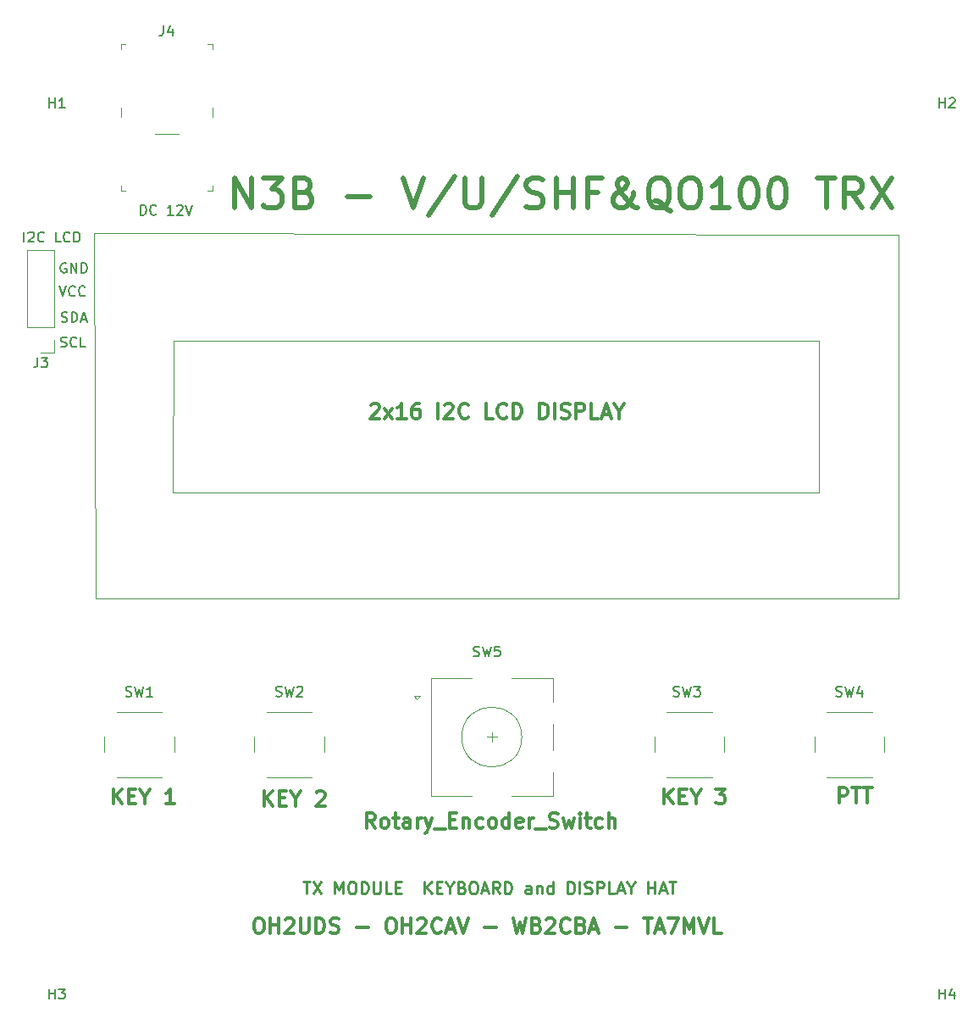
<source format=gbr>
%TF.GenerationSoftware,KiCad,Pcbnew,(5.1.12)-1*%
%TF.CreationDate,2024-04-15T13:26:30-04:00*%
%TF.ProjectId,QO100_TX,514f3130-305f-4545-982e-6b696361645f,rev?*%
%TF.SameCoordinates,Original*%
%TF.FileFunction,Legend,Top*%
%TF.FilePolarity,Positive*%
%FSLAX46Y46*%
G04 Gerber Fmt 4.6, Leading zero omitted, Abs format (unit mm)*
G04 Created by KiCad (PCBNEW (5.1.12)-1) date 2024-04-15 13:26:30*
%MOMM*%
%LPD*%
G01*
G04 APERTURE LIST*
%ADD10C,0.300000*%
%ADD11C,0.250000*%
%ADD12C,0.500000*%
%ADD13C,0.150000*%
%ADD14C,0.120000*%
%ADD15C,0.100000*%
G04 APERTURE END LIST*
D10*
X79071428Y-209578571D02*
X79357142Y-209578571D01*
X79500000Y-209650000D01*
X79642857Y-209792857D01*
X79714285Y-210078571D01*
X79714285Y-210578571D01*
X79642857Y-210864285D01*
X79500000Y-211007142D01*
X79357142Y-211078571D01*
X79071428Y-211078571D01*
X78928571Y-211007142D01*
X78785714Y-210864285D01*
X78714285Y-210578571D01*
X78714285Y-210078571D01*
X78785714Y-209792857D01*
X78928571Y-209650000D01*
X79071428Y-209578571D01*
X80357142Y-211078571D02*
X80357142Y-209578571D01*
X80357142Y-210292857D02*
X81214285Y-210292857D01*
X81214285Y-211078571D02*
X81214285Y-209578571D01*
X81857142Y-209721428D02*
X81928571Y-209650000D01*
X82071428Y-209578571D01*
X82428571Y-209578571D01*
X82571428Y-209650000D01*
X82642857Y-209721428D01*
X82714285Y-209864285D01*
X82714285Y-210007142D01*
X82642857Y-210221428D01*
X81785714Y-211078571D01*
X82714285Y-211078571D01*
X83357142Y-209578571D02*
X83357142Y-210792857D01*
X83428571Y-210935714D01*
X83500000Y-211007142D01*
X83642857Y-211078571D01*
X83928571Y-211078571D01*
X84071428Y-211007142D01*
X84142857Y-210935714D01*
X84214285Y-210792857D01*
X84214285Y-209578571D01*
X84928571Y-211078571D02*
X84928571Y-209578571D01*
X85285714Y-209578571D01*
X85500000Y-209650000D01*
X85642857Y-209792857D01*
X85714285Y-209935714D01*
X85785714Y-210221428D01*
X85785714Y-210435714D01*
X85714285Y-210721428D01*
X85642857Y-210864285D01*
X85500000Y-211007142D01*
X85285714Y-211078571D01*
X84928571Y-211078571D01*
X86357142Y-211007142D02*
X86571428Y-211078571D01*
X86928571Y-211078571D01*
X87071428Y-211007142D01*
X87142857Y-210935714D01*
X87214285Y-210792857D01*
X87214285Y-210650000D01*
X87142857Y-210507142D01*
X87071428Y-210435714D01*
X86928571Y-210364285D01*
X86642857Y-210292857D01*
X86500000Y-210221428D01*
X86428571Y-210150000D01*
X86357142Y-210007142D01*
X86357142Y-209864285D01*
X86428571Y-209721428D01*
X86500000Y-209650000D01*
X86642857Y-209578571D01*
X87000000Y-209578571D01*
X87214285Y-209650000D01*
X89000000Y-210507142D02*
X90142857Y-210507142D01*
X92285714Y-209578571D02*
X92571428Y-209578571D01*
X92714285Y-209650000D01*
X92857142Y-209792857D01*
X92928571Y-210078571D01*
X92928571Y-210578571D01*
X92857142Y-210864285D01*
X92714285Y-211007142D01*
X92571428Y-211078571D01*
X92285714Y-211078571D01*
X92142857Y-211007142D01*
X92000000Y-210864285D01*
X91928571Y-210578571D01*
X91928571Y-210078571D01*
X92000000Y-209792857D01*
X92142857Y-209650000D01*
X92285714Y-209578571D01*
X93571428Y-211078571D02*
X93571428Y-209578571D01*
X93571428Y-210292857D02*
X94428571Y-210292857D01*
X94428571Y-211078571D02*
X94428571Y-209578571D01*
X95071428Y-209721428D02*
X95142857Y-209650000D01*
X95285714Y-209578571D01*
X95642857Y-209578571D01*
X95785714Y-209650000D01*
X95857142Y-209721428D01*
X95928571Y-209864285D01*
X95928571Y-210007142D01*
X95857142Y-210221428D01*
X95000000Y-211078571D01*
X95928571Y-211078571D01*
X97428571Y-210935714D02*
X97357142Y-211007142D01*
X97142857Y-211078571D01*
X97000000Y-211078571D01*
X96785714Y-211007142D01*
X96642857Y-210864285D01*
X96571428Y-210721428D01*
X96500000Y-210435714D01*
X96500000Y-210221428D01*
X96571428Y-209935714D01*
X96642857Y-209792857D01*
X96785714Y-209650000D01*
X97000000Y-209578571D01*
X97142857Y-209578571D01*
X97357142Y-209650000D01*
X97428571Y-209721428D01*
X98000000Y-210650000D02*
X98714285Y-210650000D01*
X97857142Y-211078571D02*
X98357142Y-209578571D01*
X98857142Y-211078571D01*
X99142857Y-209578571D02*
X99642857Y-211078571D01*
X100142857Y-209578571D01*
X101785714Y-210507142D02*
X102928571Y-210507142D01*
X104642857Y-209578571D02*
X105000000Y-211078571D01*
X105285714Y-210007142D01*
X105571428Y-211078571D01*
X105928571Y-209578571D01*
X107000000Y-210292857D02*
X107214285Y-210364285D01*
X107285714Y-210435714D01*
X107357142Y-210578571D01*
X107357142Y-210792857D01*
X107285714Y-210935714D01*
X107214285Y-211007142D01*
X107071428Y-211078571D01*
X106500000Y-211078571D01*
X106500000Y-209578571D01*
X107000000Y-209578571D01*
X107142857Y-209650000D01*
X107214285Y-209721428D01*
X107285714Y-209864285D01*
X107285714Y-210007142D01*
X107214285Y-210150000D01*
X107142857Y-210221428D01*
X107000000Y-210292857D01*
X106500000Y-210292857D01*
X107928571Y-209721428D02*
X108000000Y-209650000D01*
X108142857Y-209578571D01*
X108500000Y-209578571D01*
X108642857Y-209650000D01*
X108714285Y-209721428D01*
X108785714Y-209864285D01*
X108785714Y-210007142D01*
X108714285Y-210221428D01*
X107857142Y-211078571D01*
X108785714Y-211078571D01*
X110285714Y-210935714D02*
X110214285Y-211007142D01*
X110000000Y-211078571D01*
X109857142Y-211078571D01*
X109642857Y-211007142D01*
X109500000Y-210864285D01*
X109428571Y-210721428D01*
X109357142Y-210435714D01*
X109357142Y-210221428D01*
X109428571Y-209935714D01*
X109500000Y-209792857D01*
X109642857Y-209650000D01*
X109857142Y-209578571D01*
X110000000Y-209578571D01*
X110214285Y-209650000D01*
X110285714Y-209721428D01*
X111428571Y-210292857D02*
X111642857Y-210364285D01*
X111714285Y-210435714D01*
X111785714Y-210578571D01*
X111785714Y-210792857D01*
X111714285Y-210935714D01*
X111642857Y-211007142D01*
X111500000Y-211078571D01*
X110928571Y-211078571D01*
X110928571Y-209578571D01*
X111428571Y-209578571D01*
X111571428Y-209650000D01*
X111642857Y-209721428D01*
X111714285Y-209864285D01*
X111714285Y-210007142D01*
X111642857Y-210150000D01*
X111571428Y-210221428D01*
X111428571Y-210292857D01*
X110928571Y-210292857D01*
X112357142Y-210650000D02*
X113071428Y-210650000D01*
X112214285Y-211078571D02*
X112714285Y-209578571D01*
X113214285Y-211078571D01*
X114857142Y-210507142D02*
X116000000Y-210507142D01*
X117642857Y-209578571D02*
X118500000Y-209578571D01*
X118071428Y-211078571D02*
X118071428Y-209578571D01*
X118928571Y-210650000D02*
X119642857Y-210650000D01*
X118785714Y-211078571D02*
X119285714Y-209578571D01*
X119785714Y-211078571D01*
X120142857Y-209578571D02*
X121142857Y-209578571D01*
X120500000Y-211078571D01*
X121714285Y-211078571D02*
X121714285Y-209578571D01*
X122214285Y-210650000D01*
X122714285Y-209578571D01*
X122714285Y-211078571D01*
X123214285Y-209578571D02*
X123714285Y-211078571D01*
X124214285Y-209578571D01*
X125428571Y-211078571D02*
X124714285Y-211078571D01*
X124714285Y-209578571D01*
D11*
X83671428Y-205942857D02*
X84357142Y-205942857D01*
X84014285Y-207142857D02*
X84014285Y-205942857D01*
X84642857Y-205942857D02*
X85442857Y-207142857D01*
X85442857Y-205942857D02*
X84642857Y-207142857D01*
X86814285Y-207142857D02*
X86814285Y-205942857D01*
X87214285Y-206800000D01*
X87614285Y-205942857D01*
X87614285Y-207142857D01*
X88414285Y-205942857D02*
X88642857Y-205942857D01*
X88757142Y-206000000D01*
X88871428Y-206114285D01*
X88928571Y-206342857D01*
X88928571Y-206742857D01*
X88871428Y-206971428D01*
X88757142Y-207085714D01*
X88642857Y-207142857D01*
X88414285Y-207142857D01*
X88300000Y-207085714D01*
X88185714Y-206971428D01*
X88128571Y-206742857D01*
X88128571Y-206342857D01*
X88185714Y-206114285D01*
X88300000Y-206000000D01*
X88414285Y-205942857D01*
X89442857Y-207142857D02*
X89442857Y-205942857D01*
X89728571Y-205942857D01*
X89900000Y-206000000D01*
X90014285Y-206114285D01*
X90071428Y-206228571D01*
X90128571Y-206457142D01*
X90128571Y-206628571D01*
X90071428Y-206857142D01*
X90014285Y-206971428D01*
X89900000Y-207085714D01*
X89728571Y-207142857D01*
X89442857Y-207142857D01*
X90642857Y-205942857D02*
X90642857Y-206914285D01*
X90700000Y-207028571D01*
X90757142Y-207085714D01*
X90871428Y-207142857D01*
X91100000Y-207142857D01*
X91214285Y-207085714D01*
X91271428Y-207028571D01*
X91328571Y-206914285D01*
X91328571Y-205942857D01*
X92471428Y-207142857D02*
X91900000Y-207142857D01*
X91900000Y-205942857D01*
X92871428Y-206514285D02*
X93271428Y-206514285D01*
X93442857Y-207142857D02*
X92871428Y-207142857D01*
X92871428Y-205942857D01*
X93442857Y-205942857D01*
X95785714Y-207142857D02*
X95785714Y-205942857D01*
X96471428Y-207142857D02*
X95957142Y-206457142D01*
X96471428Y-205942857D02*
X95785714Y-206628571D01*
X96985714Y-206514285D02*
X97385714Y-206514285D01*
X97557142Y-207142857D02*
X96985714Y-207142857D01*
X96985714Y-205942857D01*
X97557142Y-205942857D01*
X98300000Y-206571428D02*
X98300000Y-207142857D01*
X97900000Y-205942857D02*
X98300000Y-206571428D01*
X98700000Y-205942857D01*
X99500000Y-206514285D02*
X99671428Y-206571428D01*
X99728571Y-206628571D01*
X99785714Y-206742857D01*
X99785714Y-206914285D01*
X99728571Y-207028571D01*
X99671428Y-207085714D01*
X99557142Y-207142857D01*
X99100000Y-207142857D01*
X99100000Y-205942857D01*
X99500000Y-205942857D01*
X99614285Y-206000000D01*
X99671428Y-206057142D01*
X99728571Y-206171428D01*
X99728571Y-206285714D01*
X99671428Y-206400000D01*
X99614285Y-206457142D01*
X99500000Y-206514285D01*
X99100000Y-206514285D01*
X100528571Y-205942857D02*
X100757142Y-205942857D01*
X100871428Y-206000000D01*
X100985714Y-206114285D01*
X101042857Y-206342857D01*
X101042857Y-206742857D01*
X100985714Y-206971428D01*
X100871428Y-207085714D01*
X100757142Y-207142857D01*
X100528571Y-207142857D01*
X100414285Y-207085714D01*
X100300000Y-206971428D01*
X100242857Y-206742857D01*
X100242857Y-206342857D01*
X100300000Y-206114285D01*
X100414285Y-206000000D01*
X100528571Y-205942857D01*
X101500000Y-206800000D02*
X102071428Y-206800000D01*
X101385714Y-207142857D02*
X101785714Y-205942857D01*
X102185714Y-207142857D01*
X103271428Y-207142857D02*
X102871428Y-206571428D01*
X102585714Y-207142857D02*
X102585714Y-205942857D01*
X103042857Y-205942857D01*
X103157142Y-206000000D01*
X103214285Y-206057142D01*
X103271428Y-206171428D01*
X103271428Y-206342857D01*
X103214285Y-206457142D01*
X103157142Y-206514285D01*
X103042857Y-206571428D01*
X102585714Y-206571428D01*
X103785714Y-207142857D02*
X103785714Y-205942857D01*
X104071428Y-205942857D01*
X104242857Y-206000000D01*
X104357142Y-206114285D01*
X104414285Y-206228571D01*
X104471428Y-206457142D01*
X104471428Y-206628571D01*
X104414285Y-206857142D01*
X104357142Y-206971428D01*
X104242857Y-207085714D01*
X104071428Y-207142857D01*
X103785714Y-207142857D01*
X106414285Y-207142857D02*
X106414285Y-206514285D01*
X106357142Y-206400000D01*
X106242857Y-206342857D01*
X106014285Y-206342857D01*
X105900000Y-206400000D01*
X106414285Y-207085714D02*
X106300000Y-207142857D01*
X106014285Y-207142857D01*
X105900000Y-207085714D01*
X105842857Y-206971428D01*
X105842857Y-206857142D01*
X105900000Y-206742857D01*
X106014285Y-206685714D01*
X106300000Y-206685714D01*
X106414285Y-206628571D01*
X106985714Y-206342857D02*
X106985714Y-207142857D01*
X106985714Y-206457142D02*
X107042857Y-206400000D01*
X107157142Y-206342857D01*
X107328571Y-206342857D01*
X107442857Y-206400000D01*
X107500000Y-206514285D01*
X107500000Y-207142857D01*
X108585714Y-207142857D02*
X108585714Y-205942857D01*
X108585714Y-207085714D02*
X108471428Y-207142857D01*
X108242857Y-207142857D01*
X108128571Y-207085714D01*
X108071428Y-207028571D01*
X108014285Y-206914285D01*
X108014285Y-206571428D01*
X108071428Y-206457142D01*
X108128571Y-206400000D01*
X108242857Y-206342857D01*
X108471428Y-206342857D01*
X108585714Y-206400000D01*
X110071428Y-207142857D02*
X110071428Y-205942857D01*
X110357142Y-205942857D01*
X110528571Y-206000000D01*
X110642857Y-206114285D01*
X110700000Y-206228571D01*
X110757142Y-206457142D01*
X110757142Y-206628571D01*
X110700000Y-206857142D01*
X110642857Y-206971428D01*
X110528571Y-207085714D01*
X110357142Y-207142857D01*
X110071428Y-207142857D01*
X111271428Y-207142857D02*
X111271428Y-205942857D01*
X111785714Y-207085714D02*
X111957142Y-207142857D01*
X112242857Y-207142857D01*
X112357142Y-207085714D01*
X112414285Y-207028571D01*
X112471428Y-206914285D01*
X112471428Y-206800000D01*
X112414285Y-206685714D01*
X112357142Y-206628571D01*
X112242857Y-206571428D01*
X112014285Y-206514285D01*
X111900000Y-206457142D01*
X111842857Y-206400000D01*
X111785714Y-206285714D01*
X111785714Y-206171428D01*
X111842857Y-206057142D01*
X111900000Y-206000000D01*
X112014285Y-205942857D01*
X112300000Y-205942857D01*
X112471428Y-206000000D01*
X112985714Y-207142857D02*
X112985714Y-205942857D01*
X113442857Y-205942857D01*
X113557142Y-206000000D01*
X113614285Y-206057142D01*
X113671428Y-206171428D01*
X113671428Y-206342857D01*
X113614285Y-206457142D01*
X113557142Y-206514285D01*
X113442857Y-206571428D01*
X112985714Y-206571428D01*
X114757142Y-207142857D02*
X114185714Y-207142857D01*
X114185714Y-205942857D01*
X115100000Y-206800000D02*
X115671428Y-206800000D01*
X114985714Y-207142857D02*
X115385714Y-205942857D01*
X115785714Y-207142857D01*
X116414285Y-206571428D02*
X116414285Y-207142857D01*
X116014285Y-205942857D02*
X116414285Y-206571428D01*
X116814285Y-205942857D01*
X118128571Y-207142857D02*
X118128571Y-205942857D01*
X118128571Y-206514285D02*
X118814285Y-206514285D01*
X118814285Y-207142857D02*
X118814285Y-205942857D01*
X119328571Y-206800000D02*
X119900000Y-206800000D01*
X119214285Y-207142857D02*
X119614285Y-205942857D01*
X120014285Y-207142857D01*
X120242857Y-205942857D02*
X120928571Y-205942857D01*
X120585714Y-207142857D02*
X120585714Y-205942857D01*
D12*
X76785714Y-138657142D02*
X76785714Y-135657142D01*
X78500000Y-138657142D01*
X78500000Y-135657142D01*
X79642857Y-135657142D02*
X81500000Y-135657142D01*
X80500000Y-136800000D01*
X80928571Y-136800000D01*
X81214285Y-136942857D01*
X81357142Y-137085714D01*
X81500000Y-137371428D01*
X81500000Y-138085714D01*
X81357142Y-138371428D01*
X81214285Y-138514285D01*
X80928571Y-138657142D01*
X80071428Y-138657142D01*
X79785714Y-138514285D01*
X79642857Y-138371428D01*
X83785714Y-137085714D02*
X84214285Y-137228571D01*
X84357142Y-137371428D01*
X84500000Y-137657142D01*
X84500000Y-138085714D01*
X84357142Y-138371428D01*
X84214285Y-138514285D01*
X83928571Y-138657142D01*
X82785714Y-138657142D01*
X82785714Y-135657142D01*
X83785714Y-135657142D01*
X84071428Y-135800000D01*
X84214285Y-135942857D01*
X84357142Y-136228571D01*
X84357142Y-136514285D01*
X84214285Y-136800000D01*
X84071428Y-136942857D01*
X83785714Y-137085714D01*
X82785714Y-137085714D01*
X88071428Y-137514285D02*
X90357142Y-137514285D01*
X93642857Y-135657142D02*
X94642857Y-138657142D01*
X95642857Y-135657142D01*
X98785714Y-135514285D02*
X96214285Y-139371428D01*
X99785714Y-135657142D02*
X99785714Y-138085714D01*
X99928571Y-138371428D01*
X100071428Y-138514285D01*
X100357142Y-138657142D01*
X100928571Y-138657142D01*
X101214285Y-138514285D01*
X101357142Y-138371428D01*
X101500000Y-138085714D01*
X101500000Y-135657142D01*
X105071428Y-135514285D02*
X102500000Y-139371428D01*
X105928571Y-138514285D02*
X106357142Y-138657142D01*
X107071428Y-138657142D01*
X107357142Y-138514285D01*
X107499999Y-138371428D01*
X107642857Y-138085714D01*
X107642857Y-137800000D01*
X107499999Y-137514285D01*
X107357142Y-137371428D01*
X107071428Y-137228571D01*
X106499999Y-137085714D01*
X106214285Y-136942857D01*
X106071428Y-136800000D01*
X105928571Y-136514285D01*
X105928571Y-136228571D01*
X106071428Y-135942857D01*
X106214285Y-135800000D01*
X106499999Y-135657142D01*
X107214285Y-135657142D01*
X107642857Y-135800000D01*
X108928571Y-138657142D02*
X108928571Y-135657142D01*
X108928571Y-137085714D02*
X110642857Y-137085714D01*
X110642857Y-138657142D02*
X110642857Y-135657142D01*
X113071428Y-137085714D02*
X112071428Y-137085714D01*
X112071428Y-138657142D02*
X112071428Y-135657142D01*
X113500000Y-135657142D01*
X117071428Y-138657142D02*
X116928571Y-138657142D01*
X116642857Y-138514285D01*
X116214285Y-138085714D01*
X115500000Y-137228571D01*
X115214285Y-136800000D01*
X115071428Y-136371428D01*
X115071428Y-136085714D01*
X115214285Y-135800000D01*
X115500000Y-135657142D01*
X115642857Y-135657142D01*
X115928571Y-135800000D01*
X116071428Y-136085714D01*
X116071428Y-136228571D01*
X115928571Y-136514285D01*
X115785714Y-136657142D01*
X114928571Y-137228571D01*
X114785714Y-137371428D01*
X114642857Y-137657142D01*
X114642857Y-138085714D01*
X114785714Y-138371428D01*
X114928571Y-138514285D01*
X115214285Y-138657142D01*
X115642857Y-138657142D01*
X115928571Y-138514285D01*
X116071428Y-138371428D01*
X116500000Y-137800000D01*
X116642857Y-137371428D01*
X116642857Y-137085714D01*
X120357142Y-138942857D02*
X120071428Y-138800000D01*
X119785714Y-138514285D01*
X119357142Y-138085714D01*
X119071428Y-137942857D01*
X118785714Y-137942857D01*
X118928571Y-138657142D02*
X118642857Y-138514285D01*
X118357142Y-138228571D01*
X118214285Y-137657142D01*
X118214285Y-136657142D01*
X118357142Y-136085714D01*
X118642857Y-135800000D01*
X118928571Y-135657142D01*
X119500000Y-135657142D01*
X119785714Y-135800000D01*
X120071428Y-136085714D01*
X120214285Y-136657142D01*
X120214285Y-137657142D01*
X120071428Y-138228571D01*
X119785714Y-138514285D01*
X119500000Y-138657142D01*
X118928571Y-138657142D01*
X122071428Y-135657142D02*
X122642857Y-135657142D01*
X122928571Y-135800000D01*
X123214285Y-136085714D01*
X123357142Y-136657142D01*
X123357142Y-137657142D01*
X123214285Y-138228571D01*
X122928571Y-138514285D01*
X122642857Y-138657142D01*
X122071428Y-138657142D01*
X121785714Y-138514285D01*
X121500000Y-138228571D01*
X121357142Y-137657142D01*
X121357142Y-136657142D01*
X121500000Y-136085714D01*
X121785714Y-135800000D01*
X122071428Y-135657142D01*
X126214285Y-138657142D02*
X124500000Y-138657142D01*
X125357142Y-138657142D02*
X125357142Y-135657142D01*
X125071428Y-136085714D01*
X124785714Y-136371428D01*
X124500000Y-136514285D01*
X128071428Y-135657142D02*
X128357142Y-135657142D01*
X128642857Y-135800000D01*
X128785714Y-135942857D01*
X128928571Y-136228571D01*
X129071428Y-136800000D01*
X129071428Y-137514285D01*
X128928571Y-138085714D01*
X128785714Y-138371428D01*
X128642857Y-138514285D01*
X128357142Y-138657142D01*
X128071428Y-138657142D01*
X127785714Y-138514285D01*
X127642857Y-138371428D01*
X127500000Y-138085714D01*
X127357142Y-137514285D01*
X127357142Y-136800000D01*
X127500000Y-136228571D01*
X127642857Y-135942857D01*
X127785714Y-135800000D01*
X128071428Y-135657142D01*
X130928571Y-135657142D02*
X131214285Y-135657142D01*
X131500000Y-135800000D01*
X131642857Y-135942857D01*
X131785714Y-136228571D01*
X131928571Y-136800000D01*
X131928571Y-137514285D01*
X131785714Y-138085714D01*
X131642857Y-138371428D01*
X131500000Y-138514285D01*
X131214285Y-138657142D01*
X130928571Y-138657142D01*
X130642857Y-138514285D01*
X130500000Y-138371428D01*
X130357142Y-138085714D01*
X130214285Y-137514285D01*
X130214285Y-136800000D01*
X130357142Y-136228571D01*
X130500000Y-135942857D01*
X130642857Y-135800000D01*
X130928571Y-135657142D01*
X135071428Y-135657142D02*
X136785714Y-135657142D01*
X135928571Y-138657142D02*
X135928571Y-135657142D01*
X139500000Y-138657142D02*
X138500000Y-137228571D01*
X137785714Y-138657142D02*
X137785714Y-135657142D01*
X138928571Y-135657142D01*
X139214285Y-135800000D01*
X139357142Y-135942857D01*
X139500000Y-136228571D01*
X139500000Y-136657142D01*
X139357142Y-136942857D01*
X139214285Y-137085714D01*
X138928571Y-137228571D01*
X137785714Y-137228571D01*
X140500000Y-135657142D02*
X142500000Y-138657142D01*
X142500000Y-135657142D02*
X140500000Y-138657142D01*
D13*
X67376190Y-139352380D02*
X67376190Y-138352380D01*
X67614285Y-138352380D01*
X67757142Y-138400000D01*
X67852380Y-138495238D01*
X67900000Y-138590476D01*
X67947619Y-138780952D01*
X67947619Y-138923809D01*
X67900000Y-139114285D01*
X67852380Y-139209523D01*
X67757142Y-139304761D01*
X67614285Y-139352380D01*
X67376190Y-139352380D01*
X68947619Y-139257142D02*
X68900000Y-139304761D01*
X68757142Y-139352380D01*
X68661904Y-139352380D01*
X68519047Y-139304761D01*
X68423809Y-139209523D01*
X68376190Y-139114285D01*
X68328571Y-138923809D01*
X68328571Y-138780952D01*
X68376190Y-138590476D01*
X68423809Y-138495238D01*
X68519047Y-138400000D01*
X68661904Y-138352380D01*
X68757142Y-138352380D01*
X68900000Y-138400000D01*
X68947619Y-138447619D01*
X70661904Y-139352380D02*
X70090476Y-139352380D01*
X70376190Y-139352380D02*
X70376190Y-138352380D01*
X70280952Y-138495238D01*
X70185714Y-138590476D01*
X70090476Y-138638095D01*
X71042857Y-138447619D02*
X71090476Y-138400000D01*
X71185714Y-138352380D01*
X71423809Y-138352380D01*
X71519047Y-138400000D01*
X71566666Y-138447619D01*
X71614285Y-138542857D01*
X71614285Y-138638095D01*
X71566666Y-138780952D01*
X70995238Y-139352380D01*
X71614285Y-139352380D01*
X71900000Y-138352380D02*
X72233333Y-139352380D01*
X72566666Y-138352380D01*
X59409523Y-152504761D02*
X59552380Y-152552380D01*
X59790476Y-152552380D01*
X59885714Y-152504761D01*
X59933333Y-152457142D01*
X59980952Y-152361904D01*
X59980952Y-152266666D01*
X59933333Y-152171428D01*
X59885714Y-152123809D01*
X59790476Y-152076190D01*
X59600000Y-152028571D01*
X59504761Y-151980952D01*
X59457142Y-151933333D01*
X59409523Y-151838095D01*
X59409523Y-151742857D01*
X59457142Y-151647619D01*
X59504761Y-151600000D01*
X59600000Y-151552380D01*
X59838095Y-151552380D01*
X59980952Y-151600000D01*
X60980952Y-152457142D02*
X60933333Y-152504761D01*
X60790476Y-152552380D01*
X60695238Y-152552380D01*
X60552380Y-152504761D01*
X60457142Y-152409523D01*
X60409523Y-152314285D01*
X60361904Y-152123809D01*
X60361904Y-151980952D01*
X60409523Y-151790476D01*
X60457142Y-151695238D01*
X60552380Y-151600000D01*
X60695238Y-151552380D01*
X60790476Y-151552380D01*
X60933333Y-151600000D01*
X60980952Y-151647619D01*
X61885714Y-152552380D02*
X61409523Y-152552380D01*
X61409523Y-151552380D01*
X59485714Y-150004761D02*
X59628571Y-150052380D01*
X59866666Y-150052380D01*
X59961904Y-150004761D01*
X60009523Y-149957142D01*
X60057142Y-149861904D01*
X60057142Y-149766666D01*
X60009523Y-149671428D01*
X59961904Y-149623809D01*
X59866666Y-149576190D01*
X59676190Y-149528571D01*
X59580952Y-149480952D01*
X59533333Y-149433333D01*
X59485714Y-149338095D01*
X59485714Y-149242857D01*
X59533333Y-149147619D01*
X59580952Y-149100000D01*
X59676190Y-149052380D01*
X59914285Y-149052380D01*
X60057142Y-149100000D01*
X60485714Y-150052380D02*
X60485714Y-149052380D01*
X60723809Y-149052380D01*
X60866666Y-149100000D01*
X60961904Y-149195238D01*
X61009523Y-149290476D01*
X61057142Y-149480952D01*
X61057142Y-149623809D01*
X61009523Y-149814285D01*
X60961904Y-149909523D01*
X60866666Y-150004761D01*
X60723809Y-150052380D01*
X60485714Y-150052380D01*
X61438095Y-149766666D02*
X61914285Y-149766666D01*
X61342857Y-150052380D02*
X61676190Y-149052380D01*
X62009523Y-150052380D01*
X59266666Y-146452380D02*
X59600000Y-147452380D01*
X59933333Y-146452380D01*
X60838095Y-147357142D02*
X60790476Y-147404761D01*
X60647619Y-147452380D01*
X60552380Y-147452380D01*
X60409523Y-147404761D01*
X60314285Y-147309523D01*
X60266666Y-147214285D01*
X60219047Y-147023809D01*
X60219047Y-146880952D01*
X60266666Y-146690476D01*
X60314285Y-146595238D01*
X60409523Y-146500000D01*
X60552380Y-146452380D01*
X60647619Y-146452380D01*
X60790476Y-146500000D01*
X60838095Y-146547619D01*
X61838095Y-147357142D02*
X61790476Y-147404761D01*
X61647619Y-147452380D01*
X61552380Y-147452380D01*
X61409523Y-147404761D01*
X61314285Y-147309523D01*
X61266666Y-147214285D01*
X61219047Y-147023809D01*
X61219047Y-146880952D01*
X61266666Y-146690476D01*
X61314285Y-146595238D01*
X61409523Y-146500000D01*
X61552380Y-146452380D01*
X61647619Y-146452380D01*
X61790476Y-146500000D01*
X61838095Y-146547619D01*
X59938095Y-144200000D02*
X59842857Y-144152380D01*
X59700000Y-144152380D01*
X59557142Y-144200000D01*
X59461904Y-144295238D01*
X59414285Y-144390476D01*
X59366666Y-144580952D01*
X59366666Y-144723809D01*
X59414285Y-144914285D01*
X59461904Y-145009523D01*
X59557142Y-145104761D01*
X59700000Y-145152380D01*
X59795238Y-145152380D01*
X59938095Y-145104761D01*
X59985714Y-145057142D01*
X59985714Y-144723809D01*
X59795238Y-144723809D01*
X60414285Y-145152380D02*
X60414285Y-144152380D01*
X60985714Y-145152380D01*
X60985714Y-144152380D01*
X61461904Y-145152380D02*
X61461904Y-144152380D01*
X61700000Y-144152380D01*
X61842857Y-144200000D01*
X61938095Y-144295238D01*
X61985714Y-144390476D01*
X62033333Y-144580952D01*
X62033333Y-144723809D01*
X61985714Y-144914285D01*
X61938095Y-145009523D01*
X61842857Y-145104761D01*
X61700000Y-145152380D01*
X61461904Y-145152380D01*
D10*
X90428571Y-158321428D02*
X90500000Y-158250000D01*
X90642857Y-158178571D01*
X91000000Y-158178571D01*
X91142857Y-158250000D01*
X91214285Y-158321428D01*
X91285714Y-158464285D01*
X91285714Y-158607142D01*
X91214285Y-158821428D01*
X90357142Y-159678571D01*
X91285714Y-159678571D01*
X91785714Y-159678571D02*
X92571428Y-158678571D01*
X91785714Y-158678571D02*
X92571428Y-159678571D01*
X93928571Y-159678571D02*
X93071428Y-159678571D01*
X93500000Y-159678571D02*
X93500000Y-158178571D01*
X93357142Y-158392857D01*
X93214285Y-158535714D01*
X93071428Y-158607142D01*
X95214285Y-158178571D02*
X94928571Y-158178571D01*
X94785714Y-158250000D01*
X94714285Y-158321428D01*
X94571428Y-158535714D01*
X94500000Y-158821428D01*
X94500000Y-159392857D01*
X94571428Y-159535714D01*
X94642857Y-159607142D01*
X94785714Y-159678571D01*
X95071428Y-159678571D01*
X95214285Y-159607142D01*
X95285714Y-159535714D01*
X95357142Y-159392857D01*
X95357142Y-159035714D01*
X95285714Y-158892857D01*
X95214285Y-158821428D01*
X95071428Y-158750000D01*
X94785714Y-158750000D01*
X94642857Y-158821428D01*
X94571428Y-158892857D01*
X94500000Y-159035714D01*
X97142857Y-159678571D02*
X97142857Y-158178571D01*
X97785714Y-158321428D02*
X97857142Y-158250000D01*
X98000000Y-158178571D01*
X98357142Y-158178571D01*
X98500000Y-158250000D01*
X98571428Y-158321428D01*
X98642857Y-158464285D01*
X98642857Y-158607142D01*
X98571428Y-158821428D01*
X97714285Y-159678571D01*
X98642857Y-159678571D01*
X100142857Y-159535714D02*
X100071428Y-159607142D01*
X99857142Y-159678571D01*
X99714285Y-159678571D01*
X99500000Y-159607142D01*
X99357142Y-159464285D01*
X99285714Y-159321428D01*
X99214285Y-159035714D01*
X99214285Y-158821428D01*
X99285714Y-158535714D01*
X99357142Y-158392857D01*
X99500000Y-158250000D01*
X99714285Y-158178571D01*
X99857142Y-158178571D01*
X100071428Y-158250000D01*
X100142857Y-158321428D01*
X102642857Y-159678571D02*
X101928571Y-159678571D01*
X101928571Y-158178571D01*
X104000000Y-159535714D02*
X103928571Y-159607142D01*
X103714285Y-159678571D01*
X103571428Y-159678571D01*
X103357142Y-159607142D01*
X103214285Y-159464285D01*
X103142857Y-159321428D01*
X103071428Y-159035714D01*
X103071428Y-158821428D01*
X103142857Y-158535714D01*
X103214285Y-158392857D01*
X103357142Y-158250000D01*
X103571428Y-158178571D01*
X103714285Y-158178571D01*
X103928571Y-158250000D01*
X104000000Y-158321428D01*
X104642857Y-159678571D02*
X104642857Y-158178571D01*
X105000000Y-158178571D01*
X105214285Y-158250000D01*
X105357142Y-158392857D01*
X105428571Y-158535714D01*
X105500000Y-158821428D01*
X105500000Y-159035714D01*
X105428571Y-159321428D01*
X105357142Y-159464285D01*
X105214285Y-159607142D01*
X105000000Y-159678571D01*
X104642857Y-159678571D01*
X107285714Y-159678571D02*
X107285714Y-158178571D01*
X107642857Y-158178571D01*
X107857142Y-158250000D01*
X108000000Y-158392857D01*
X108071428Y-158535714D01*
X108142857Y-158821428D01*
X108142857Y-159035714D01*
X108071428Y-159321428D01*
X108000000Y-159464285D01*
X107857142Y-159607142D01*
X107642857Y-159678571D01*
X107285714Y-159678571D01*
X108785714Y-159678571D02*
X108785714Y-158178571D01*
X109428571Y-159607142D02*
X109642857Y-159678571D01*
X110000000Y-159678571D01*
X110142857Y-159607142D01*
X110214285Y-159535714D01*
X110285714Y-159392857D01*
X110285714Y-159250000D01*
X110214285Y-159107142D01*
X110142857Y-159035714D01*
X110000000Y-158964285D01*
X109714285Y-158892857D01*
X109571428Y-158821428D01*
X109500000Y-158750000D01*
X109428571Y-158607142D01*
X109428571Y-158464285D01*
X109500000Y-158321428D01*
X109571428Y-158250000D01*
X109714285Y-158178571D01*
X110071428Y-158178571D01*
X110285714Y-158250000D01*
X110928571Y-159678571D02*
X110928571Y-158178571D01*
X111500000Y-158178571D01*
X111642857Y-158250000D01*
X111714285Y-158321428D01*
X111785714Y-158464285D01*
X111785714Y-158678571D01*
X111714285Y-158821428D01*
X111642857Y-158892857D01*
X111500000Y-158964285D01*
X110928571Y-158964285D01*
X113142857Y-159678571D02*
X112428571Y-159678571D01*
X112428571Y-158178571D01*
X113571428Y-159250000D02*
X114285714Y-159250000D01*
X113428571Y-159678571D02*
X113928571Y-158178571D01*
X114428571Y-159678571D01*
X115214285Y-158964285D02*
X115214285Y-159678571D01*
X114714285Y-158178571D02*
X115214285Y-158964285D01*
X115714285Y-158178571D01*
D14*
X70600000Y-167100000D02*
X70700000Y-151900000D01*
X135200000Y-167100000D02*
X70600000Y-167100000D01*
X135200000Y-151900000D02*
X135200000Y-167100000D01*
X70700000Y-151900000D02*
X135200000Y-151900000D01*
X62860000Y-177640000D02*
X62700000Y-141200000D01*
X143140000Y-177640000D02*
X62860000Y-177640000D01*
X143140000Y-141360000D02*
X143140000Y-177640000D01*
X62700000Y-141200000D02*
X143140000Y-141360000D01*
%TO.C,SW5*%
X105500000Y-191500000D02*
G75*
G03*
X105500000Y-191500000I-3000000J0D01*
G01*
X104500000Y-185600000D02*
X108600000Y-185600000D01*
X108600000Y-197400000D02*
X104500000Y-197400000D01*
X100500000Y-197400000D02*
X96400000Y-197400000D01*
X100500000Y-185600000D02*
X96400000Y-185600000D01*
X96400000Y-185600000D02*
X96400000Y-197400000D01*
X95000000Y-187700000D02*
X94700000Y-187400000D01*
X94700000Y-187400000D02*
X95300000Y-187400000D01*
X95300000Y-187400000D02*
X95000000Y-187700000D01*
X108600000Y-185600000D02*
X108600000Y-188000000D01*
X108600000Y-190200000D02*
X108600000Y-192800000D01*
X108600000Y-195000000D02*
X108600000Y-197400000D01*
X102500000Y-191000000D02*
X102500000Y-192000000D01*
X102000000Y-191500000D02*
X103000000Y-191500000D01*
%TO.C,SW4*%
X141750000Y-193000000D02*
X141750000Y-191500000D01*
X140500000Y-189000000D02*
X136000000Y-189000000D01*
X134750000Y-191500000D02*
X134750000Y-193000000D01*
X136000000Y-195500000D02*
X140500000Y-195500000D01*
%TO.C,SW3*%
X125750000Y-193000000D02*
X125750000Y-191500000D01*
X124500000Y-189000000D02*
X120000000Y-189000000D01*
X118750000Y-191500000D02*
X118750000Y-193000000D01*
X120000000Y-195500000D02*
X124500000Y-195500000D01*
%TO.C,SW2*%
X85750000Y-193000000D02*
X85750000Y-191500000D01*
X84500000Y-189000000D02*
X80000000Y-189000000D01*
X78750000Y-191500000D02*
X78750000Y-193000000D01*
X80000000Y-195500000D02*
X84500000Y-195500000D01*
%TO.C,SW1*%
X70750000Y-193000000D02*
X70750000Y-191500000D01*
X69500000Y-189000000D02*
X65000000Y-189000000D01*
X63750000Y-191500000D02*
X63750000Y-193000000D01*
X65000000Y-195500000D02*
X69500000Y-195500000D01*
D15*
%TO.C,J4*%
X74600000Y-136900000D02*
X74100000Y-136900000D01*
X74600000Y-136900000D02*
X74600000Y-136400000D01*
X65400000Y-136900000D02*
X65900000Y-136900000D01*
X65400000Y-136900000D02*
X65400000Y-136400000D01*
X68800000Y-131300000D02*
X71200000Y-131300000D01*
X65400000Y-122300000D02*
X65400000Y-122800000D01*
X65400000Y-122300000D02*
X65900000Y-122300000D01*
X74600000Y-122300000D02*
X74100000Y-122300000D01*
X74600000Y-122300000D02*
X74600000Y-122800000D01*
X65400000Y-129600000D02*
X65400000Y-128600000D01*
X74600000Y-129600000D02*
X74600000Y-128600000D01*
D14*
%TO.C,J3*%
X58730000Y-153130000D02*
X57400000Y-153130000D01*
X58730000Y-151800000D02*
X58730000Y-153130000D01*
X58730000Y-150530000D02*
X56070000Y-150530000D01*
X56070000Y-150530000D02*
X56070000Y-142850000D01*
X58730000Y-150530000D02*
X58730000Y-142850000D01*
X58730000Y-142850000D02*
X56070000Y-142850000D01*
%TO.C,SW5*%
D13*
X100666666Y-183404761D02*
X100809523Y-183452380D01*
X101047619Y-183452380D01*
X101142857Y-183404761D01*
X101190476Y-183357142D01*
X101238095Y-183261904D01*
X101238095Y-183166666D01*
X101190476Y-183071428D01*
X101142857Y-183023809D01*
X101047619Y-182976190D01*
X100857142Y-182928571D01*
X100761904Y-182880952D01*
X100714285Y-182833333D01*
X100666666Y-182738095D01*
X100666666Y-182642857D01*
X100714285Y-182547619D01*
X100761904Y-182500000D01*
X100857142Y-182452380D01*
X101095238Y-182452380D01*
X101238095Y-182500000D01*
X101571428Y-182452380D02*
X101809523Y-183452380D01*
X102000000Y-182738095D01*
X102190476Y-183452380D01*
X102428571Y-182452380D01*
X103285714Y-182452380D02*
X102809523Y-182452380D01*
X102761904Y-182928571D01*
X102809523Y-182880952D01*
X102904761Y-182833333D01*
X103142857Y-182833333D01*
X103238095Y-182880952D01*
X103285714Y-182928571D01*
X103333333Y-183023809D01*
X103333333Y-183261904D01*
X103285714Y-183357142D01*
X103238095Y-183404761D01*
X103142857Y-183452380D01*
X102904761Y-183452380D01*
X102809523Y-183404761D01*
X102761904Y-183357142D01*
D10*
X90828571Y-200578571D02*
X90328571Y-199864285D01*
X89971428Y-200578571D02*
X89971428Y-199078571D01*
X90542857Y-199078571D01*
X90685714Y-199150000D01*
X90757142Y-199221428D01*
X90828571Y-199364285D01*
X90828571Y-199578571D01*
X90757142Y-199721428D01*
X90685714Y-199792857D01*
X90542857Y-199864285D01*
X89971428Y-199864285D01*
X91685714Y-200578571D02*
X91542857Y-200507142D01*
X91471428Y-200435714D01*
X91400000Y-200292857D01*
X91400000Y-199864285D01*
X91471428Y-199721428D01*
X91542857Y-199650000D01*
X91685714Y-199578571D01*
X91900000Y-199578571D01*
X92042857Y-199650000D01*
X92114285Y-199721428D01*
X92185714Y-199864285D01*
X92185714Y-200292857D01*
X92114285Y-200435714D01*
X92042857Y-200507142D01*
X91900000Y-200578571D01*
X91685714Y-200578571D01*
X92614285Y-199578571D02*
X93185714Y-199578571D01*
X92828571Y-199078571D02*
X92828571Y-200364285D01*
X92900000Y-200507142D01*
X93042857Y-200578571D01*
X93185714Y-200578571D01*
X94328571Y-200578571D02*
X94328571Y-199792857D01*
X94257142Y-199650000D01*
X94114285Y-199578571D01*
X93828571Y-199578571D01*
X93685714Y-199650000D01*
X94328571Y-200507142D02*
X94185714Y-200578571D01*
X93828571Y-200578571D01*
X93685714Y-200507142D01*
X93614285Y-200364285D01*
X93614285Y-200221428D01*
X93685714Y-200078571D01*
X93828571Y-200007142D01*
X94185714Y-200007142D01*
X94328571Y-199935714D01*
X95042857Y-200578571D02*
X95042857Y-199578571D01*
X95042857Y-199864285D02*
X95114285Y-199721428D01*
X95185714Y-199650000D01*
X95328571Y-199578571D01*
X95471428Y-199578571D01*
X95828571Y-199578571D02*
X96185714Y-200578571D01*
X96542857Y-199578571D02*
X96185714Y-200578571D01*
X96042857Y-200935714D01*
X95971428Y-201007142D01*
X95828571Y-201078571D01*
X96757142Y-200721428D02*
X97900000Y-200721428D01*
X98257142Y-199792857D02*
X98757142Y-199792857D01*
X98971428Y-200578571D02*
X98257142Y-200578571D01*
X98257142Y-199078571D01*
X98971428Y-199078571D01*
X99614285Y-199578571D02*
X99614285Y-200578571D01*
X99614285Y-199721428D02*
X99685714Y-199650000D01*
X99828571Y-199578571D01*
X100042857Y-199578571D01*
X100185714Y-199650000D01*
X100257142Y-199792857D01*
X100257142Y-200578571D01*
X101614285Y-200507142D02*
X101471428Y-200578571D01*
X101185714Y-200578571D01*
X101042857Y-200507142D01*
X100971428Y-200435714D01*
X100900000Y-200292857D01*
X100900000Y-199864285D01*
X100971428Y-199721428D01*
X101042857Y-199650000D01*
X101185714Y-199578571D01*
X101471428Y-199578571D01*
X101614285Y-199650000D01*
X102471428Y-200578571D02*
X102328571Y-200507142D01*
X102257142Y-200435714D01*
X102185714Y-200292857D01*
X102185714Y-199864285D01*
X102257142Y-199721428D01*
X102328571Y-199650000D01*
X102471428Y-199578571D01*
X102685714Y-199578571D01*
X102828571Y-199650000D01*
X102900000Y-199721428D01*
X102971428Y-199864285D01*
X102971428Y-200292857D01*
X102900000Y-200435714D01*
X102828571Y-200507142D01*
X102685714Y-200578571D01*
X102471428Y-200578571D01*
X104257142Y-200578571D02*
X104257142Y-199078571D01*
X104257142Y-200507142D02*
X104114285Y-200578571D01*
X103828571Y-200578571D01*
X103685714Y-200507142D01*
X103614285Y-200435714D01*
X103542857Y-200292857D01*
X103542857Y-199864285D01*
X103614285Y-199721428D01*
X103685714Y-199650000D01*
X103828571Y-199578571D01*
X104114285Y-199578571D01*
X104257142Y-199650000D01*
X105542857Y-200507142D02*
X105400000Y-200578571D01*
X105114285Y-200578571D01*
X104971428Y-200507142D01*
X104900000Y-200364285D01*
X104900000Y-199792857D01*
X104971428Y-199650000D01*
X105114285Y-199578571D01*
X105400000Y-199578571D01*
X105542857Y-199650000D01*
X105614285Y-199792857D01*
X105614285Y-199935714D01*
X104900000Y-200078571D01*
X106257142Y-200578571D02*
X106257142Y-199578571D01*
X106257142Y-199864285D02*
X106328571Y-199721428D01*
X106400000Y-199650000D01*
X106542857Y-199578571D01*
X106685714Y-199578571D01*
X106828571Y-200721428D02*
X107971428Y-200721428D01*
X108257142Y-200507142D02*
X108471428Y-200578571D01*
X108828571Y-200578571D01*
X108971428Y-200507142D01*
X109042857Y-200435714D01*
X109114285Y-200292857D01*
X109114285Y-200150000D01*
X109042857Y-200007142D01*
X108971428Y-199935714D01*
X108828571Y-199864285D01*
X108542857Y-199792857D01*
X108400000Y-199721428D01*
X108328571Y-199650000D01*
X108257142Y-199507142D01*
X108257142Y-199364285D01*
X108328571Y-199221428D01*
X108400000Y-199150000D01*
X108542857Y-199078571D01*
X108900000Y-199078571D01*
X109114285Y-199150000D01*
X109614285Y-199578571D02*
X109900000Y-200578571D01*
X110185714Y-199864285D01*
X110471428Y-200578571D01*
X110757142Y-199578571D01*
X111328571Y-200578571D02*
X111328571Y-199578571D01*
X111328571Y-199078571D02*
X111257142Y-199150000D01*
X111328571Y-199221428D01*
X111400000Y-199150000D01*
X111328571Y-199078571D01*
X111328571Y-199221428D01*
X111828571Y-199578571D02*
X112400000Y-199578571D01*
X112042857Y-199078571D02*
X112042857Y-200364285D01*
X112114285Y-200507142D01*
X112257142Y-200578571D01*
X112400000Y-200578571D01*
X113542857Y-200507142D02*
X113400000Y-200578571D01*
X113114285Y-200578571D01*
X112971428Y-200507142D01*
X112900000Y-200435714D01*
X112828571Y-200292857D01*
X112828571Y-199864285D01*
X112900000Y-199721428D01*
X112971428Y-199650000D01*
X113114285Y-199578571D01*
X113400000Y-199578571D01*
X113542857Y-199650000D01*
X114185714Y-200578571D02*
X114185714Y-199078571D01*
X114828571Y-200578571D02*
X114828571Y-199792857D01*
X114757142Y-199650000D01*
X114614285Y-199578571D01*
X114400000Y-199578571D01*
X114257142Y-199650000D01*
X114185714Y-199721428D01*
%TO.C,SW4*%
D13*
X136916666Y-187404761D02*
X137059523Y-187452380D01*
X137297619Y-187452380D01*
X137392857Y-187404761D01*
X137440476Y-187357142D01*
X137488095Y-187261904D01*
X137488095Y-187166666D01*
X137440476Y-187071428D01*
X137392857Y-187023809D01*
X137297619Y-186976190D01*
X137107142Y-186928571D01*
X137011904Y-186880952D01*
X136964285Y-186833333D01*
X136916666Y-186738095D01*
X136916666Y-186642857D01*
X136964285Y-186547619D01*
X137011904Y-186500000D01*
X137107142Y-186452380D01*
X137345238Y-186452380D01*
X137488095Y-186500000D01*
X137821428Y-186452380D02*
X138059523Y-187452380D01*
X138250000Y-186738095D01*
X138440476Y-187452380D01*
X138678571Y-186452380D01*
X139488095Y-186785714D02*
X139488095Y-187452380D01*
X139250000Y-186404761D02*
X139011904Y-187119047D01*
X139630952Y-187119047D01*
D10*
X137214285Y-198078571D02*
X137214285Y-196578571D01*
X137785714Y-196578571D01*
X137928571Y-196650000D01*
X138000000Y-196721428D01*
X138071428Y-196864285D01*
X138071428Y-197078571D01*
X138000000Y-197221428D01*
X137928571Y-197292857D01*
X137785714Y-197364285D01*
X137214285Y-197364285D01*
X138500000Y-196578571D02*
X139357142Y-196578571D01*
X138928571Y-198078571D02*
X138928571Y-196578571D01*
X139642857Y-196578571D02*
X140500000Y-196578571D01*
X140071428Y-198078571D02*
X140071428Y-196578571D01*
%TO.C,SW3*%
D13*
X120666666Y-187404761D02*
X120809523Y-187452380D01*
X121047619Y-187452380D01*
X121142857Y-187404761D01*
X121190476Y-187357142D01*
X121238095Y-187261904D01*
X121238095Y-187166666D01*
X121190476Y-187071428D01*
X121142857Y-187023809D01*
X121047619Y-186976190D01*
X120857142Y-186928571D01*
X120761904Y-186880952D01*
X120714285Y-186833333D01*
X120666666Y-186738095D01*
X120666666Y-186642857D01*
X120714285Y-186547619D01*
X120761904Y-186500000D01*
X120857142Y-186452380D01*
X121095238Y-186452380D01*
X121238095Y-186500000D01*
X121571428Y-186452380D02*
X121809523Y-187452380D01*
X122000000Y-186738095D01*
X122190476Y-187452380D01*
X122428571Y-186452380D01*
X122714285Y-186452380D02*
X123333333Y-186452380D01*
X123000000Y-186833333D01*
X123142857Y-186833333D01*
X123238095Y-186880952D01*
X123285714Y-186928571D01*
X123333333Y-187023809D01*
X123333333Y-187261904D01*
X123285714Y-187357142D01*
X123238095Y-187404761D01*
X123142857Y-187452380D01*
X122857142Y-187452380D01*
X122761904Y-187404761D01*
X122714285Y-187357142D01*
D10*
X119750000Y-198178571D02*
X119750000Y-196678571D01*
X120607142Y-198178571D02*
X119964285Y-197321428D01*
X120607142Y-196678571D02*
X119750000Y-197535714D01*
X121250000Y-197392857D02*
X121750000Y-197392857D01*
X121964285Y-198178571D02*
X121250000Y-198178571D01*
X121250000Y-196678571D01*
X121964285Y-196678571D01*
X122892857Y-197464285D02*
X122892857Y-198178571D01*
X122392857Y-196678571D02*
X122892857Y-197464285D01*
X123392857Y-196678571D01*
X124892857Y-196678571D02*
X125821428Y-196678571D01*
X125321428Y-197250000D01*
X125535714Y-197250000D01*
X125678571Y-197321428D01*
X125750000Y-197392857D01*
X125821428Y-197535714D01*
X125821428Y-197892857D01*
X125750000Y-198035714D01*
X125678571Y-198107142D01*
X125535714Y-198178571D01*
X125107142Y-198178571D01*
X124964285Y-198107142D01*
X124892857Y-198035714D01*
%TO.C,SW2*%
D13*
X80916666Y-187404761D02*
X81059523Y-187452380D01*
X81297619Y-187452380D01*
X81392857Y-187404761D01*
X81440476Y-187357142D01*
X81488095Y-187261904D01*
X81488095Y-187166666D01*
X81440476Y-187071428D01*
X81392857Y-187023809D01*
X81297619Y-186976190D01*
X81107142Y-186928571D01*
X81011904Y-186880952D01*
X80964285Y-186833333D01*
X80916666Y-186738095D01*
X80916666Y-186642857D01*
X80964285Y-186547619D01*
X81011904Y-186500000D01*
X81107142Y-186452380D01*
X81345238Y-186452380D01*
X81488095Y-186500000D01*
X81821428Y-186452380D02*
X82059523Y-187452380D01*
X82250000Y-186738095D01*
X82440476Y-187452380D01*
X82678571Y-186452380D01*
X83011904Y-186547619D02*
X83059523Y-186500000D01*
X83154761Y-186452380D01*
X83392857Y-186452380D01*
X83488095Y-186500000D01*
X83535714Y-186547619D01*
X83583333Y-186642857D01*
X83583333Y-186738095D01*
X83535714Y-186880952D01*
X82964285Y-187452380D01*
X83583333Y-187452380D01*
D10*
X79750000Y-198378571D02*
X79750000Y-196878571D01*
X80607142Y-198378571D02*
X79964285Y-197521428D01*
X80607142Y-196878571D02*
X79750000Y-197735714D01*
X81250000Y-197592857D02*
X81750000Y-197592857D01*
X81964285Y-198378571D02*
X81250000Y-198378571D01*
X81250000Y-196878571D01*
X81964285Y-196878571D01*
X82892857Y-197664285D02*
X82892857Y-198378571D01*
X82392857Y-196878571D02*
X82892857Y-197664285D01*
X83392857Y-196878571D01*
X84964285Y-197021428D02*
X85035714Y-196950000D01*
X85178571Y-196878571D01*
X85535714Y-196878571D01*
X85678571Y-196950000D01*
X85750000Y-197021428D01*
X85821428Y-197164285D01*
X85821428Y-197307142D01*
X85750000Y-197521428D01*
X84892857Y-198378571D01*
X85821428Y-198378571D01*
%TO.C,SW1*%
D13*
X65916666Y-187404761D02*
X66059523Y-187452380D01*
X66297619Y-187452380D01*
X66392857Y-187404761D01*
X66440476Y-187357142D01*
X66488095Y-187261904D01*
X66488095Y-187166666D01*
X66440476Y-187071428D01*
X66392857Y-187023809D01*
X66297619Y-186976190D01*
X66107142Y-186928571D01*
X66011904Y-186880952D01*
X65964285Y-186833333D01*
X65916666Y-186738095D01*
X65916666Y-186642857D01*
X65964285Y-186547619D01*
X66011904Y-186500000D01*
X66107142Y-186452380D01*
X66345238Y-186452380D01*
X66488095Y-186500000D01*
X66821428Y-186452380D02*
X67059523Y-187452380D01*
X67250000Y-186738095D01*
X67440476Y-187452380D01*
X67678571Y-186452380D01*
X68583333Y-187452380D02*
X68011904Y-187452380D01*
X68297619Y-187452380D02*
X68297619Y-186452380D01*
X68202380Y-186595238D01*
X68107142Y-186690476D01*
X68011904Y-186738095D01*
D10*
X64700000Y-198178571D02*
X64700000Y-196678571D01*
X65557142Y-198178571D02*
X64914285Y-197321428D01*
X65557142Y-196678571D02*
X64700000Y-197535714D01*
X66200000Y-197392857D02*
X66700000Y-197392857D01*
X66914285Y-198178571D02*
X66200000Y-198178571D01*
X66200000Y-196678571D01*
X66914285Y-196678571D01*
X67842857Y-197464285D02*
X67842857Y-198178571D01*
X67342857Y-196678571D02*
X67842857Y-197464285D01*
X68342857Y-196678571D01*
X70771428Y-198178571D02*
X69914285Y-198178571D01*
X70342857Y-198178571D02*
X70342857Y-196678571D01*
X70200000Y-196892857D01*
X70057142Y-197035714D01*
X69914285Y-197107142D01*
%TO.C,J4*%
D13*
X69666666Y-120452380D02*
X69666666Y-121166666D01*
X69619047Y-121309523D01*
X69523809Y-121404761D01*
X69380952Y-121452380D01*
X69285714Y-121452380D01*
X70571428Y-120785714D02*
X70571428Y-121452380D01*
X70333333Y-120404761D02*
X70095238Y-121119047D01*
X70714285Y-121119047D01*
%TO.C,J3*%
X57066666Y-153582380D02*
X57066666Y-154296666D01*
X57019047Y-154439523D01*
X56923809Y-154534761D01*
X56780952Y-154582380D01*
X56685714Y-154582380D01*
X57447619Y-153582380D02*
X58066666Y-153582380D01*
X57733333Y-153963333D01*
X57876190Y-153963333D01*
X57971428Y-154010952D01*
X58019047Y-154058571D01*
X58066666Y-154153809D01*
X58066666Y-154391904D01*
X58019047Y-154487142D01*
X57971428Y-154534761D01*
X57876190Y-154582380D01*
X57590476Y-154582380D01*
X57495238Y-154534761D01*
X57447619Y-154487142D01*
X55738095Y-142052380D02*
X55738095Y-141052380D01*
X56166666Y-141147619D02*
X56214285Y-141100000D01*
X56309523Y-141052380D01*
X56547619Y-141052380D01*
X56642857Y-141100000D01*
X56690476Y-141147619D01*
X56738095Y-141242857D01*
X56738095Y-141338095D01*
X56690476Y-141480952D01*
X56119047Y-142052380D01*
X56738095Y-142052380D01*
X57738095Y-141957142D02*
X57690476Y-142004761D01*
X57547619Y-142052380D01*
X57452380Y-142052380D01*
X57309523Y-142004761D01*
X57214285Y-141909523D01*
X57166666Y-141814285D01*
X57119047Y-141623809D01*
X57119047Y-141480952D01*
X57166666Y-141290476D01*
X57214285Y-141195238D01*
X57309523Y-141100000D01*
X57452380Y-141052380D01*
X57547619Y-141052380D01*
X57690476Y-141100000D01*
X57738095Y-141147619D01*
X59404761Y-142052380D02*
X58928571Y-142052380D01*
X58928571Y-141052380D01*
X60309523Y-141957142D02*
X60261904Y-142004761D01*
X60119047Y-142052380D01*
X60023809Y-142052380D01*
X59880952Y-142004761D01*
X59785714Y-141909523D01*
X59738095Y-141814285D01*
X59690476Y-141623809D01*
X59690476Y-141480952D01*
X59738095Y-141290476D01*
X59785714Y-141195238D01*
X59880952Y-141100000D01*
X60023809Y-141052380D01*
X60119047Y-141052380D01*
X60261904Y-141100000D01*
X60309523Y-141147619D01*
X60738095Y-142052380D02*
X60738095Y-141052380D01*
X60976190Y-141052380D01*
X61119047Y-141100000D01*
X61214285Y-141195238D01*
X61261904Y-141290476D01*
X61309523Y-141480952D01*
X61309523Y-141623809D01*
X61261904Y-141814285D01*
X61214285Y-141909523D01*
X61119047Y-142004761D01*
X60976190Y-142052380D01*
X60738095Y-142052380D01*
%TO.C,H4*%
X147238095Y-217652380D02*
X147238095Y-216652380D01*
X147238095Y-217128571D02*
X147809523Y-217128571D01*
X147809523Y-217652380D02*
X147809523Y-216652380D01*
X148714285Y-216985714D02*
X148714285Y-217652380D01*
X148476190Y-216604761D02*
X148238095Y-217319047D01*
X148857142Y-217319047D01*
%TO.C,H3*%
X58238095Y-217652380D02*
X58238095Y-216652380D01*
X58238095Y-217128571D02*
X58809523Y-217128571D01*
X58809523Y-217652380D02*
X58809523Y-216652380D01*
X59190476Y-216652380D02*
X59809523Y-216652380D01*
X59476190Y-217033333D01*
X59619047Y-217033333D01*
X59714285Y-217080952D01*
X59761904Y-217128571D01*
X59809523Y-217223809D01*
X59809523Y-217461904D01*
X59761904Y-217557142D01*
X59714285Y-217604761D01*
X59619047Y-217652380D01*
X59333333Y-217652380D01*
X59238095Y-217604761D01*
X59190476Y-217557142D01*
%TO.C,H2*%
X147238095Y-128652380D02*
X147238095Y-127652380D01*
X147238095Y-128128571D02*
X147809523Y-128128571D01*
X147809523Y-128652380D02*
X147809523Y-127652380D01*
X148238095Y-127747619D02*
X148285714Y-127700000D01*
X148380952Y-127652380D01*
X148619047Y-127652380D01*
X148714285Y-127700000D01*
X148761904Y-127747619D01*
X148809523Y-127842857D01*
X148809523Y-127938095D01*
X148761904Y-128080952D01*
X148190476Y-128652380D01*
X148809523Y-128652380D01*
%TO.C,H1*%
X58238095Y-128652380D02*
X58238095Y-127652380D01*
X58238095Y-128128571D02*
X58809523Y-128128571D01*
X58809523Y-128652380D02*
X58809523Y-127652380D01*
X59809523Y-128652380D02*
X59238095Y-128652380D01*
X59523809Y-128652380D02*
X59523809Y-127652380D01*
X59428571Y-127795238D01*
X59333333Y-127890476D01*
X59238095Y-127938095D01*
%TD*%
M02*

</source>
